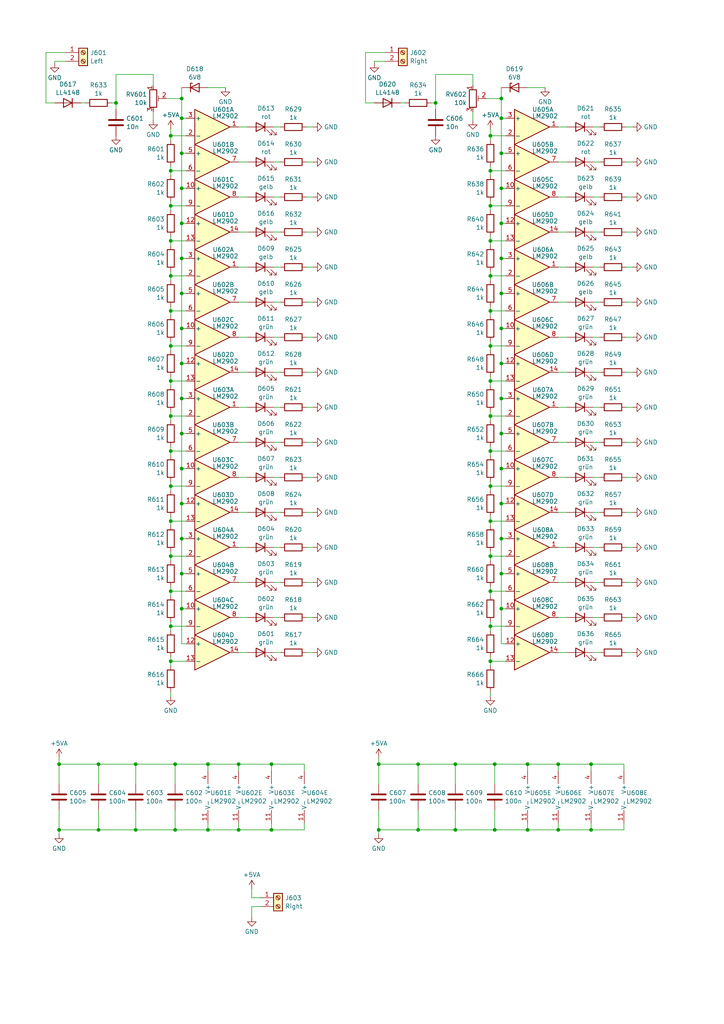
<source format=kicad_sch>
(kicad_sch (version 20230121) (generator eeschema)
  (paper "A4" portrait)
  (junction (at 69.215 221.615))
  (junction (at 52.705 176.53))
  (junction (at 49.53 191.77))
  (junction (at 132.08 221.615))
  (junction (at 142.24 49.53))
  (junction (at 142.24 90.17))
  (junction (at 52.705 54.61))
  (junction (at 49.53 110.49))
  (junction (at 52.705 115.57))
  (junction (at 142.24 171.45))
  (junction (at 52.705 44.45))
  (junction (at 145.415 44.45))
  (junction (at 49.53 161.29))
  (junction (at 49.53 49.53))
  (junction (at 109.855 240.665))
  (junction (at 142.24 59.69))
  (junction (at 49.53 39.37))
  (junction (at 171.45 240.665))
  (junction (at 39.37 240.665))
  (junction (at 161.925 240.665))
  (junction (at 145.415 146.05))
  (junction (at 142.24 161.29))
  (junction (at 145.415 74.93))
  (junction (at 121.285 240.665))
  (junction (at 145.415 135.89))
  (junction (at 143.51 240.665))
  (junction (at 121.285 221.615))
  (junction (at 52.705 28.575))
  (junction (at 145.415 156.21))
  (junction (at 49.53 120.65))
  (junction (at 143.51 221.615))
  (junction (at 145.415 125.73))
  (junction (at 52.705 146.05))
  (junction (at 52.705 85.09))
  (junction (at 142.24 130.81))
  (junction (at 49.53 181.61))
  (junction (at 145.415 176.53))
  (junction (at 142.24 151.13))
  (junction (at 49.53 59.69))
  (junction (at 142.24 120.65))
  (junction (at 145.415 28.575))
  (junction (at 52.705 105.41))
  (junction (at 49.53 80.01))
  (junction (at 142.24 181.61))
  (junction (at 28.575 221.615))
  (junction (at 161.925 221.615))
  (junction (at 17.145 240.665))
  (junction (at 49.53 151.13))
  (junction (at 126.365 29.845))
  (junction (at 49.53 69.85))
  (junction (at 78.74 221.615))
  (junction (at 132.08 240.665))
  (junction (at 33.655 29.845))
  (junction (at 49.53 140.97))
  (junction (at 153.035 221.615))
  (junction (at 49.53 100.33))
  (junction (at 60.325 240.665))
  (junction (at 49.53 130.81))
  (junction (at 145.415 54.61))
  (junction (at 142.24 69.85))
  (junction (at 52.705 95.25))
  (junction (at 109.855 221.615))
  (junction (at 17.145 221.615))
  (junction (at 50.8 221.615))
  (junction (at 52.705 135.89))
  (junction (at 52.705 156.21))
  (junction (at 60.325 221.615))
  (junction (at 142.24 80.01))
  (junction (at 39.37 221.615))
  (junction (at 142.24 140.97))
  (junction (at 153.035 240.665))
  (junction (at 171.45 221.615))
  (junction (at 142.24 39.37))
  (junction (at 49.53 90.17))
  (junction (at 50.8 240.665))
  (junction (at 52.705 34.29))
  (junction (at 145.415 166.37))
  (junction (at 142.24 191.77))
  (junction (at 142.24 110.49))
  (junction (at 145.415 115.57))
  (junction (at 145.415 95.25))
  (junction (at 145.415 105.41))
  (junction (at 52.705 166.37))
  (junction (at 52.705 64.77))
  (junction (at 145.415 85.09))
  (junction (at 145.415 64.77))
  (junction (at 52.705 74.93))
  (junction (at 28.575 240.665))
  (junction (at 52.705 125.73))
  (junction (at 49.53 171.45))
  (junction (at 69.215 240.665))
  (junction (at 78.74 240.665))
  (junction (at 142.24 100.33))
  (junction (at 145.415 34.29))
  (wire (pts (xy 52.705 156.21) (xy 52.705 146.05)))
  (wire (pts (xy 132.08 221.615) (xy 132.08 227.33)))
  (wire (pts (xy 69.215 148.59) (xy 71.755 148.59)))
  (wire (pts (xy 49.53 149.86) (xy 49.53 151.13)))
  (wire (pts (xy 132.08 240.665) (xy 121.285 240.665)))
  (wire (pts (xy 142.24 59.69) (xy 146.685 59.69)))
  (wire (pts (xy 49.53 100.33) (xy 49.53 101.6)))
  (wire (pts (xy 145.415 44.45) (xy 146.685 44.45)))
  (wire (pts (xy 52.705 54.61) (xy 52.705 44.45)))
  (wire (pts (xy 145.415 166.37) (xy 146.685 166.37)))
  (wire (pts (xy 106.045 29.845) (xy 108.585 29.845)))
  (wire (pts (xy 52.705 95.25) (xy 52.705 85.09)))
  (wire (pts (xy 49.53 37.465) (xy 49.53 39.37)))
  (wire (pts (xy 52.705 176.53) (xy 53.975 176.53)))
  (wire (pts (xy 52.705 28.575) (xy 52.705 34.29)))
  (wire (pts (xy 52.705 64.77) (xy 52.705 54.61)))
  (wire (pts (xy 73.025 260.35) (xy 73.025 257.81)))
  (wire (pts (xy 145.415 85.09) (xy 146.685 85.09)))
  (wire (pts (xy 172.085 77.47) (xy 173.99 77.47)))
  (wire (pts (xy 161.925 189.23) (xy 164.465 189.23)))
  (wire (pts (xy 172.085 46.99) (xy 173.99 46.99)))
  (wire (pts (xy 161.925 118.11) (xy 164.465 118.11)))
  (wire (pts (xy 142.24 191.77) (xy 146.685 191.77)))
  (wire (pts (xy 161.925 46.99) (xy 164.465 46.99)))
  (wire (pts (xy 49.53 100.33) (xy 53.975 100.33)))
  (wire (pts (xy 142.24 109.22) (xy 142.24 110.49)))
  (wire (pts (xy 52.705 146.05) (xy 53.975 146.05)))
  (wire (pts (xy 145.415 156.21) (xy 145.415 146.05)))
  (wire (pts (xy 142.24 190.5) (xy 142.24 191.77)))
  (wire (pts (xy 69.215 189.23) (xy 71.755 189.23)))
  (wire (pts (xy 161.925 168.91) (xy 164.465 168.91)))
  (wire (pts (xy 49.53 160.02) (xy 49.53 161.29)))
  (wire (pts (xy 15.875 17.78) (xy 19.05 17.78)))
  (wire (pts (xy 52.705 105.41) (xy 53.975 105.41)))
  (wire (pts (xy 153.035 221.615) (xy 143.51 221.615)))
  (wire (pts (xy 161.925 138.43) (xy 164.465 138.43)))
  (wire (pts (xy 13.335 29.845) (xy 15.875 29.845)))
  (wire (pts (xy 52.705 85.09) (xy 53.975 85.09)))
  (wire (pts (xy 172.085 128.27) (xy 173.99 128.27)))
  (wire (pts (xy 142.24 99.06) (xy 142.24 100.33)))
  (wire (pts (xy 88.9 158.75) (xy 90.805 158.75)))
  (wire (pts (xy 116.205 29.845) (xy 117.475 29.845)))
  (wire (pts (xy 109.855 219.71) (xy 109.855 221.615)))
  (wire (pts (xy 69.215 179.07) (xy 71.755 179.07)))
  (wire (pts (xy 145.415 115.57) (xy 145.415 105.41)))
  (wire (pts (xy 49.53 80.01) (xy 53.975 80.01)))
  (wire (pts (xy 60.325 221.615) (xy 60.325 223.52)))
  (wire (pts (xy 13.335 15.24) (xy 13.335 29.845)))
  (wire (pts (xy 180.975 221.615) (xy 171.45 221.615)))
  (wire (pts (xy 28.575 221.615) (xy 17.145 221.615)))
  (wire (pts (xy 146.685 186.69) (xy 145.415 186.69)))
  (wire (pts (xy 142.24 130.81) (xy 142.24 132.08)))
  (wire (pts (xy 171.45 240.665) (xy 180.975 240.665)))
  (wire (pts (xy 137.16 21.59) (xy 126.365 21.59)))
  (wire (pts (xy 28.575 221.615) (xy 28.575 227.33)))
  (wire (pts (xy 49.53 58.42) (xy 49.53 59.69)))
  (wire (pts (xy 142.24 130.81) (xy 146.685 130.81)))
  (wire (pts (xy 52.705 105.41) (xy 52.705 95.25)))
  (wire (pts (xy 39.37 234.95) (xy 39.37 240.665)))
  (wire (pts (xy 142.24 80.01) (xy 146.685 80.01)))
  (wire (pts (xy 49.53 181.61) (xy 49.53 182.88)))
  (wire (pts (xy 49.53 40.64) (xy 49.53 39.37)))
  (wire (pts (xy 145.415 74.93) (xy 145.415 64.77)))
  (wire (pts (xy 142.24 90.17) (xy 146.685 90.17)))
  (wire (pts (xy 142.24 69.85) (xy 146.685 69.85)))
  (wire (pts (xy 79.375 148.59) (xy 81.28 148.59)))
  (wire (pts (xy 88.9 128.27) (xy 90.805 128.27)))
  (wire (pts (xy 142.24 49.53) (xy 142.24 50.8)))
  (wire (pts (xy 69.215 240.665) (xy 78.74 240.665)))
  (wire (pts (xy 142.24 119.38) (xy 142.24 120.65)))
  (wire (pts (xy 88.9 168.91) (xy 90.805 168.91)))
  (wire (pts (xy 33.655 31.75) (xy 33.655 29.845)))
  (wire (pts (xy 49.53 129.54) (xy 49.53 130.81)))
  (wire (pts (xy 88.9 179.07) (xy 90.805 179.07)))
  (wire (pts (xy 39.37 240.665) (xy 28.575 240.665)))
  (wire (pts (xy 52.705 34.29) (xy 53.975 34.29)))
  (wire (pts (xy 49.53 151.13) (xy 53.975 151.13)))
  (wire (pts (xy 44.45 21.59) (xy 33.655 21.59)))
  (wire (pts (xy 49.53 171.45) (xy 49.53 172.72)))
  (wire (pts (xy 142.24 139.7) (xy 142.24 140.97)))
  (wire (pts (xy 181.61 77.47) (xy 183.515 77.47)))
  (wire (pts (xy 52.705 156.21) (xy 53.975 156.21)))
  (wire (pts (xy 161.925 148.59) (xy 164.465 148.59)))
  (wire (pts (xy 172.085 138.43) (xy 173.99 138.43)))
  (wire (pts (xy 145.415 44.45) (xy 145.415 34.29)))
  (wire (pts (xy 69.215 221.615) (xy 60.325 221.615)))
  (wire (pts (xy 52.705 115.57) (xy 52.705 105.41)))
  (wire (pts (xy 172.085 158.75) (xy 173.99 158.75)))
  (wire (pts (xy 52.705 64.77) (xy 53.975 64.77)))
  (wire (pts (xy 121.285 240.665) (xy 109.855 240.665)))
  (wire (pts (xy 126.365 21.59) (xy 126.365 29.845)))
  (wire (pts (xy 142.24 161.29) (xy 142.24 162.56)))
  (wire (pts (xy 69.215 67.31) (xy 71.755 67.31)))
  (wire (pts (xy 121.285 221.615) (xy 109.855 221.615)))
  (wire (pts (xy 49.53 39.37) (xy 53.975 39.37)))
  (wire (pts (xy 50.8 240.665) (xy 39.37 240.665)))
  (wire (pts (xy 142.24 80.01) (xy 142.24 81.28)))
  (wire (pts (xy 52.705 44.45) (xy 53.975 44.45)))
  (wire (pts (xy 49.53 120.65) (xy 49.53 121.92)))
  (wire (pts (xy 181.61 107.95) (xy 183.515 107.95)))
  (wire (pts (xy 142.24 40.64) (xy 142.24 39.37)))
  (wire (pts (xy 49.53 139.7) (xy 49.53 140.97)))
  (wire (pts (xy 33.655 29.845) (xy 32.385 29.845)))
  (wire (pts (xy 88.9 107.95) (xy 90.805 107.95)))
  (wire (pts (xy 69.215 221.615) (xy 69.215 223.52)))
  (wire (pts (xy 109.855 221.615) (xy 109.855 227.33)))
  (wire (pts (xy 145.415 95.25) (xy 145.415 85.09)))
  (wire (pts (xy 44.45 21.59) (xy 44.45 24.765)))
  (wire (pts (xy 49.53 170.18) (xy 49.53 171.45)))
  (wire (pts (xy 17.145 240.665) (xy 17.145 241.935)))
  (wire (pts (xy 108.585 18.415) (xy 108.585 17.78)))
  (wire (pts (xy 137.16 32.385) (xy 137.16 34.925)))
  (wire (pts (xy 172.085 107.95) (xy 173.99 107.95)))
  (wire (pts (xy 69.215 87.63) (xy 71.755 87.63)))
  (wire (pts (xy 172.085 118.11) (xy 173.99 118.11)))
  (wire (pts (xy 52.705 176.53) (xy 52.705 166.37)))
  (wire (pts (xy 50.8 221.615) (xy 39.37 221.615)))
  (wire (pts (xy 78.74 240.665) (xy 88.265 240.665)))
  (wire (pts (xy 180.975 238.76) (xy 180.975 240.665)))
  (wire (pts (xy 60.325 238.76) (xy 60.325 240.665)))
  (wire (pts (xy 137.16 21.59) (xy 137.16 24.765)))
  (wire (pts (xy 79.375 168.91) (xy 81.28 168.91)))
  (wire (pts (xy 79.375 67.31) (xy 81.28 67.31)))
  (wire (pts (xy 145.415 125.73) (xy 146.685 125.73)))
  (wire (pts (xy 69.215 107.95) (xy 71.755 107.95)))
  (wire (pts (xy 181.61 36.83) (xy 183.515 36.83)))
  (wire (pts (xy 171.45 238.76) (xy 171.45 240.665)))
  (wire (pts (xy 145.415 25.4) (xy 145.415 28.575)))
  (wire (pts (xy 142.24 151.13) (xy 142.24 152.4)))
  (wire (pts (xy 49.53 99.06) (xy 49.53 100.33)))
  (wire (pts (xy 142.24 160.02) (xy 142.24 161.29)))
  (wire (pts (xy 106.045 15.24) (xy 106.045 29.845)))
  (wire (pts (xy 142.24 170.18) (xy 142.24 171.45)))
  (wire (pts (xy 181.61 148.59) (xy 183.515 148.59)))
  (wire (pts (xy 142.24 191.77) (xy 142.24 193.04)))
  (wire (pts (xy 143.51 240.665) (xy 132.08 240.665)))
  (wire (pts (xy 88.9 36.83) (xy 90.805 36.83)))
  (wire (pts (xy 79.375 189.23) (xy 81.28 189.23)))
  (wire (pts (xy 145.415 146.05) (xy 145.415 135.89)))
  (wire (pts (xy 49.53 151.13) (xy 49.53 152.4)))
  (wire (pts (xy 69.215 46.99) (xy 71.755 46.99)))
  (wire (pts (xy 145.415 135.89) (xy 146.685 135.89)))
  (wire (pts (xy 79.375 118.11) (xy 81.28 118.11)))
  (wire (pts (xy 60.325 221.615) (xy 50.8 221.615)))
  (wire (pts (xy 23.495 29.845) (xy 24.765 29.845)))
  (wire (pts (xy 142.24 48.26) (xy 142.24 49.53)))
  (wire (pts (xy 145.415 54.61) (xy 146.685 54.61)))
  (wire (pts (xy 171.45 221.615) (xy 161.925 221.615)))
  (wire (pts (xy 161.925 238.76) (xy 161.925 240.665)))
  (wire (pts (xy 52.705 74.93) (xy 52.705 64.77)))
  (wire (pts (xy 28.575 234.95) (xy 28.575 240.665)))
  (wire (pts (xy 79.375 57.15) (xy 81.28 57.15)))
  (wire (pts (xy 161.925 221.615) (xy 161.925 223.52)))
  (wire (pts (xy 142.24 171.45) (xy 142.24 172.72)))
  (wire (pts (xy 49.53 171.45) (xy 53.975 171.45)))
  (wire (pts (xy 161.925 179.07) (xy 164.465 179.07)))
  (wire (pts (xy 49.53 200.66) (xy 49.53 201.93)))
  (wire (pts (xy 48.26 28.575) (xy 52.705 28.575)))
  (wire (pts (xy 49.53 90.17) (xy 49.53 91.44)))
  (wire (pts (xy 50.8 221.615) (xy 50.8 227.33)))
  (wire (pts (xy 49.53 49.53) (xy 49.53 50.8)))
  (wire (pts (xy 69.215 36.83) (xy 71.755 36.83)))
  (wire (pts (xy 88.9 118.11) (xy 90.805 118.11)))
  (wire (pts (xy 79.375 77.47) (xy 81.28 77.47)))
  (wire (pts (xy 52.705 125.73) (xy 52.705 115.57)))
  (wire (pts (xy 181.61 179.07) (xy 183.515 179.07)))
  (wire (pts (xy 161.925 107.95) (xy 164.465 107.95)))
  (wire (pts (xy 111.76 15.24) (xy 106.045 15.24)))
  (wire (pts (xy 142.24 59.69) (xy 142.24 60.96)))
  (wire (pts (xy 161.925 87.63) (xy 164.465 87.63)))
  (wire (pts (xy 69.215 57.15) (xy 71.755 57.15)))
  (wire (pts (xy 132.08 221.615) (xy 121.285 221.615)))
  (wire (pts (xy 145.415 28.575) (xy 145.415 34.29)))
  (wire (pts (xy 52.705 166.37) (xy 52.705 156.21)))
  (wire (pts (xy 69.215 158.75) (xy 71.755 158.75)))
  (wire (pts (xy 142.24 88.9) (xy 142.24 90.17)))
  (wire (pts (xy 181.61 128.27) (xy 183.515 128.27)))
  (wire (pts (xy 88.265 221.615) (xy 78.74 221.615)))
  (wire (pts (xy 142.24 90.17) (xy 142.24 91.44)))
  (wire (pts (xy 143.51 221.615) (xy 132.08 221.615)))
  (wire (pts (xy 181.61 57.15) (xy 183.515 57.15)))
  (wire (pts (xy 181.61 118.11) (xy 183.515 118.11)))
  (wire (pts (xy 52.705 44.45) (xy 52.705 34.29)))
  (wire (pts (xy 142.24 120.65) (xy 142.24 121.92)))
  (wire (pts (xy 145.415 166.37) (xy 145.415 156.21)))
  (wire (pts (xy 172.085 179.07) (xy 173.99 179.07)))
  (wire (pts (xy 50.8 234.95) (xy 50.8 240.665)))
  (wire (pts (xy 142.24 140.97) (xy 142.24 142.24)))
  (wire (pts (xy 78.74 221.615) (xy 78.74 223.52)))
  (wire (pts (xy 52.705 74.93) (xy 53.975 74.93)))
  (wire (pts (xy 121.285 234.95) (xy 121.285 240.665)))
  (wire (pts (xy 161.925 221.615) (xy 153.035 221.615)))
  (wire (pts (xy 88.9 77.47) (xy 90.805 77.47)))
  (wire (pts (xy 172.085 57.15) (xy 173.99 57.15)))
  (wire (pts (xy 79.375 107.95) (xy 81.28 107.95)))
  (wire (pts (xy 49.53 161.29) (xy 53.975 161.29)))
  (wire (pts (xy 145.415 85.09) (xy 145.415 74.93)))
  (wire (pts (xy 142.24 69.85) (xy 142.24 71.12)))
  (wire (pts (xy 142.24 151.13) (xy 146.685 151.13)))
  (wire (pts (xy 78.74 221.615) (xy 69.215 221.615)))
  (wire (pts (xy 142.24 149.86) (xy 142.24 151.13)))
  (wire (pts (xy 145.415 176.53) (xy 145.415 166.37)))
  (wire (pts (xy 109.855 240.665) (xy 109.855 234.95)))
  (wire (pts (xy 142.24 161.29) (xy 146.685 161.29)))
  (wire (pts (xy 52.705 146.05) (xy 52.705 135.89)))
  (wire (pts (xy 49.53 59.69) (xy 53.975 59.69)))
  (wire (pts (xy 49.53 119.38) (xy 49.53 120.65)))
  (wire (pts (xy 44.45 32.385) (xy 44.45 34.925)))
  (wire (pts (xy 52.705 166.37) (xy 53.975 166.37)))
  (wire (pts (xy 126.365 29.845) (xy 125.095 29.845)))
  (wire (pts (xy 49.53 78.74) (xy 49.53 80.01)))
  (wire (pts (xy 142.24 49.53) (xy 146.685 49.53)))
  (wire (pts (xy 172.085 67.31) (xy 173.99 67.31)))
  (wire (pts (xy 140.97 28.575) (xy 145.415 28.575)))
  (wire (pts (xy 49.53 49.53) (xy 53.975 49.53)))
  (wire (pts (xy 181.61 158.75) (xy 183.515 158.75)))
  (wire (pts (xy 142.24 180.34) (xy 142.24 181.61)))
  (wire (pts (xy 171.45 221.615) (xy 171.45 223.52)))
  (wire (pts (xy 153.035 240.665) (xy 161.925 240.665)))
  (wire (pts (xy 181.61 168.91) (xy 183.515 168.91)))
  (wire (pts (xy 142.24 171.45) (xy 146.685 171.45)))
  (wire (pts (xy 88.9 87.63) (xy 90.805 87.63)))
  (wire (pts (xy 88.9 46.99) (xy 90.805 46.99)))
  (wire (pts (xy 172.085 148.59) (xy 173.99 148.59)))
  (wire (pts (xy 49.53 180.34) (xy 49.53 181.61)))
  (wire (pts (xy 143.51 234.95) (xy 143.51 240.665)))
  (wire (pts (xy 142.24 129.54) (xy 142.24 130.81)))
  (wire (pts (xy 145.415 64.77) (xy 146.685 64.77)))
  (wire (pts (xy 33.655 21.59) (xy 33.655 29.845)))
  (wire (pts (xy 75.565 260.35) (xy 73.025 260.35)))
  (wire (pts (xy 145.415 64.77) (xy 145.415 54.61)))
  (wire (pts (xy 161.925 158.75) (xy 164.465 158.75)))
  (wire (pts (xy 181.61 67.31) (xy 183.515 67.31)))
  (wire (pts (xy 49.53 69.85) (xy 49.53 71.12)))
  (wire (pts (xy 153.035 221.615) (xy 153.035 223.52)))
  (wire (pts (xy 145.415 156.21) (xy 146.685 156.21)))
  (wire (pts (xy 49.53 88.9) (xy 49.53 90.17)))
  (wire (pts (xy 60.325 240.665) (xy 69.215 240.665)))
  (wire (pts (xy 52.705 54.61) (xy 53.975 54.61)))
  (wire (pts (xy 181.61 87.63) (xy 183.515 87.63)))
  (wire (pts (xy 50.8 240.665) (xy 60.325 240.665)))
  (wire (pts (xy 142.24 78.74) (xy 142.24 80.01)))
  (wire (pts (xy 69.215 97.79) (xy 71.755 97.79)))
  (wire (pts (xy 49.53 191.77) (xy 53.975 191.77)))
  (wire (pts (xy 181.61 97.79) (xy 183.515 97.79)))
  (wire (pts (xy 49.53 109.22) (xy 49.53 110.49)))
  (wire (pts (xy 49.53 110.49) (xy 53.975 110.49)))
  (wire (pts (xy 88.9 57.15) (xy 90.805 57.15)))
  (wire (pts (xy 142.24 200.66) (xy 142.24 201.93)))
  (wire (pts (xy 142.24 100.33) (xy 146.685 100.33)))
  (wire (pts (xy 181.61 46.99) (xy 183.515 46.99)))
  (wire (pts (xy 49.53 140.97) (xy 49.53 142.24)))
  (wire (pts (xy 49.53 181.61) (xy 53.975 181.61)))
  (wire (pts (xy 172.085 189.23) (xy 173.99 189.23)))
  (wire (pts (xy 145.415 125.73) (xy 145.415 115.57)))
  (wire (pts (xy 88.265 223.52) (xy 88.265 221.615)))
  (wire (pts (xy 145.415 146.05) (xy 146.685 146.05)))
  (wire (pts (xy 142.24 140.97) (xy 146.685 140.97)))
  (wire (pts (xy 49.53 191.77) (xy 49.53 193.04)))
  (wire (pts (xy 52.705 135.89) (xy 52.705 125.73)))
  (wire (pts (xy 49.53 69.85) (xy 53.975 69.85)))
  (wire (pts (xy 49.53 130.81) (xy 53.975 130.81)))
  (wire (pts (xy 52.705 125.73) (xy 53.975 125.73)))
  (wire (pts (xy 143.51 240.665) (xy 153.035 240.665)))
  (wire (pts (xy 69.215 238.76) (xy 69.215 240.665)))
  (wire (pts (xy 145.415 176.53) (xy 146.685 176.53)))
  (wire (pts (xy 52.705 135.89) (xy 53.975 135.89)))
  (wire (pts (xy 69.215 118.11) (xy 71.755 118.11)))
  (wire (pts (xy 121.285 221.615) (xy 121.285 227.33)))
  (wire (pts (xy 49.53 110.49) (xy 49.53 111.76)))
  (wire (pts (xy 49.53 130.81) (xy 49.53 132.08)))
  (wire (pts (xy 52.705 25.4) (xy 52.705 28.575)))
  (wire (pts (xy 181.61 189.23) (xy 183.515 189.23)))
  (wire (pts (xy 17.145 221.615) (xy 17.145 227.33)))
  (wire (pts (xy 49.53 68.58) (xy 49.53 69.85)))
  (wire (pts (xy 172.085 97.79) (xy 173.99 97.79)))
  (wire (pts (xy 49.53 48.26) (xy 49.53 49.53)))
  (wire (pts (xy 142.24 39.37) (xy 146.685 39.37)))
  (wire (pts (xy 28.575 240.665) (xy 17.145 240.665)))
  (wire (pts (xy 161.925 240.665) (xy 171.45 240.665)))
  (wire (pts (xy 52.705 85.09) (xy 52.705 74.93)))
  (wire (pts (xy 126.365 31.75) (xy 126.365 29.845)))
  (wire (pts (xy 145.415 186.69) (xy 145.415 176.53)))
  (wire (pts (xy 142.24 181.61) (xy 142.24 182.88)))
  (wire (pts (xy 142.24 120.65) (xy 146.685 120.65)))
  (wire (pts (xy 142.24 68.58) (xy 142.24 69.85)))
  (wire (pts (xy 145.415 95.25) (xy 146.685 95.25)))
  (wire (pts (xy 88.9 138.43) (xy 90.805 138.43)))
  (wire (pts (xy 142.24 110.49) (xy 142.24 111.76)))
  (wire (pts (xy 49.53 90.17) (xy 53.975 90.17)))
  (wire (pts (xy 161.925 67.31) (xy 164.465 67.31)))
  (wire (pts (xy 142.24 100.33) (xy 142.24 101.6)))
  (wire (pts (xy 145.415 54.61) (xy 145.415 44.45)))
  (wire (pts (xy 108.585 17.78) (xy 111.76 17.78)))
  (wire (pts (xy 161.925 128.27) (xy 164.465 128.27)))
  (wire (pts (xy 88.9 97.79) (xy 90.805 97.79)))
  (wire (pts (xy 161.925 97.79) (xy 164.465 97.79)))
  (wire (pts (xy 79.375 97.79) (xy 81.28 97.79)))
  (wire (pts (xy 69.215 77.47) (xy 71.755 77.47)))
  (wire (pts (xy 49.53 190.5) (xy 49.53 191.77)))
  (wire (pts (xy 145.415 34.29) (xy 146.685 34.29)))
  (wire (pts (xy 181.61 138.43) (xy 183.515 138.43)))
  (wire (pts (xy 88.9 148.59) (xy 90.805 148.59)))
  (wire (pts (xy 49.53 59.69) (xy 49.53 60.96)))
  (wire (pts (xy 145.415 135.89) (xy 145.415 125.73)))
  (wire (pts (xy 142.24 110.49) (xy 146.685 110.49)))
  (wire (pts (xy 88.9 67.31) (xy 90.805 67.31)))
  (wire (pts (xy 69.215 168.91) (xy 71.755 168.91)))
  (wire (pts (xy 142.24 181.61) (xy 146.685 181.61)))
  (wire (pts (xy 88.265 238.76) (xy 88.265 240.665)))
  (wire (pts (xy 161.925 77.47) (xy 164.465 77.47)))
  (wire (pts (xy 88.9 189.23) (xy 90.805 189.23)))
  (wire (pts (xy 145.415 115.57) (xy 146.685 115.57)))
  (wire (pts (xy 17.145 219.71) (xy 17.145 221.615)))
  (wire (pts (xy 145.415 105.41) (xy 145.415 95.25)))
  (wire (pts (xy 153.035 238.76) (xy 153.035 240.665)))
  (wire (pts (xy 52.705 186.69) (xy 52.705 176.53)))
  (wire (pts (xy 145.415 105.41) (xy 146.685 105.41)))
  (wire (pts (xy 39.37 221.615) (xy 28.575 221.615)))
  (wire (pts (xy 49.53 161.29) (xy 49.53 162.56)))
  (wire (pts (xy 79.375 36.83) (xy 81.28 36.83)))
  (wire (pts (xy 69.215 138.43) (xy 71.755 138.43)))
  (wire (pts (xy 79.375 158.75) (xy 81.28 158.75)))
  (wire (pts (xy 132.08 234.95) (xy 132.08 240.665)))
  (wire (pts (xy 39.37 221.615) (xy 39.37 227.33)))
  (wire (pts (xy 78.74 238.76) (xy 78.74 240.665)))
  (wire (pts (xy 172.085 87.63) (xy 173.99 87.63)))
  (wire (pts (xy 49.53 80.01) (xy 49.53 81.28)))
  (wire (pts (xy 109.855 240.665) (xy 109.855 241.935)))
  (wire (pts (xy 161.925 36.83) (xy 164.465 36.83)))
  (wire (pts (xy 180.975 223.52) (xy 180.975 221.615)))
  (wire (pts (xy 69.215 128.27) (xy 71.755 128.27)))
  (wire (pts (xy 15.875 18.415) (xy 15.875 17.78)))
  (wire (pts (xy 142.24 58.42) (xy 142.24 59.69)))
  (wire (pts (xy 73.025 266.065) (xy 73.025 262.89)))
  (wire (pts (xy 79.375 179.07) (xy 81.28 179.07)))
  (wire (pts (xy 161.925 57.15) (xy 164.465 57.15)))
  (wire (pts (xy 79.375 138.43) (xy 81.28 138.43)))
  (wire (pts (xy 49.53 120.65) (xy 53.975 120.65)))
  (wire (pts (xy 142.24 37.465) (xy 142.24 39.37)))
  (wire (pts (xy 79.375 128.27) (xy 81.28 128.27)))
  (wire (pts (xy 52.705 115.57) (xy 53.975 115.57)))
  (wire (pts (xy 172.085 168.91) (xy 173.99 168.91)))
  (wire (pts (xy 79.375 87.63) (xy 81.28 87.63)))
  (wire (pts (xy 19.05 15.24) (xy 13.335 15.24)))
  (wire (pts (xy 153.035 25.4) (xy 158.115 25.4)))
  (wire (pts (xy 145.415 74.93) (xy 146.685 74.93)))
  (wire (pts (xy 73.025 262.89) (xy 75.565 262.89)))
  (wire (pts (xy 60.325 25.4) (xy 65.405 25.4)))
  (wire (pts (xy 52.705 95.25) (xy 53.975 95.25)))
  (wire (pts (xy 53.975 186.69) (xy 52.705 186.69)))
  (wire (pts (xy 17.145 240.665) (xy 17.145 234.95)))
  (wire (pts (xy 49.53 140.97) (xy 53.975 140.97)))
  (wire (pts (xy 143.51 221.615) (xy 143.51 227.33)))
  (wire (pts (xy 172.085 36.83) (xy 173.99 36.83)))
  (wire (pts (xy 79.375 46.99) (xy 81.28 46.99)))
  (symbol (lib_id "Device:R") (at 142.24 176.53 0) (mirror y) (unit 1)
    (property "Reference" "R662" (at 140.462 175.3179 0) (effects (justify left)))
    (property "Value" "1k" (at 140.462 177.7421 0) (effects (justify left)))
  )
  (symbol (lib_id "Device:LED") (at 75.565 179.07 0) (mirror y) (unit 1)
    (property "Reference" "D602" (at 77.1525 173.6557 0))
    (property "Value" "grün" (at 77.1525 176.0799 0))
  )
  (symbol (lib_id "power:GND") (at 15.875 18.415 0) (unit 1)
    (property "Reference" "#PWR0624" (effects hide))
    (property "Value" "GND" (at 15.875 22.5481 0))
  )
  (symbol (lib_id "Device:LED") (at 75.565 128.27 0) (mirror y) (unit 1)
    (property "Reference" "D606" (at 77.1525 122.8557 0))
    (property "Value" "grün" (at 77.1525 125.2799 0))
  )
  (symbol (lib_id "Amplifier_Operational:LM2902") (at 61.595 128.27 0) (unit 2)
    (property "Reference" "U603" (at 64.77 123.19 0))
    (property "Value" "LM2902" (at 65.405 125.095 0))
    (property "Datasheet" "http://www.ti.com/lit/ds/symlink/lm2902-n.pdf" (effects hide))
  )
  (symbol (lib_id "Device:LED") (at 168.275 87.63 0) (mirror y) (unit 1)
    (property "Reference" "D626" (at 169.8625 82.2157 0))
    (property "Value" "gelb" (at 169.8625 84.6399 0))
  )
  (symbol (lib_id "Device:R") (at 177.8 128.27 90) (unit 1)
    (property "Reference" "R653" (at 177.8 123.1097 90))
    (property "Value" "1k" (at 177.8 125.5339 90))
  )
  (symbol (lib_id "Device:R") (at 49.53 105.41 0) (mirror y) (unit 1)
    (property "Reference" "R607" (at 47.752 104.1979 0) (effects (justify left)))
    (property "Value" "1k" (at 47.752 106.6221 0) (effects (justify left)))
  )
  (symbol (lib_id "Device:R") (at 142.24 156.21 0) (mirror y) (unit 1)
    (property "Reference" "R658" (at 140.462 154.9979 0) (effects (justify left)))
    (property "Value" "1k" (at 140.462 157.4221 0) (effects (justify left)))
  )
  (symbol (lib_id "Device:R") (at 142.24 125.73 0) (mirror y) (unit 1)
    (property "Reference" "R652" (at 140.462 124.5179 0) (effects (justify left)))
    (property "Value" "1k" (at 140.462 126.9421 0) (effects (justify left)))
  )
  (symbol (lib_id "Device:R") (at 85.09 179.07 90) (unit 1)
    (property "Reference" "R618" (at 85.09 173.9097 90))
    (property "Value" "1k" (at 85.09 176.3339 90))
  )
  (symbol (lib_id "Device:R") (at 177.8 158.75 90) (unit 1)
    (property "Reference" "R659" (at 177.8 153.5897 90))
    (property "Value" "1k" (at 177.8 156.0139 90))
  )
  (symbol (lib_id "Device:R") (at 121.285 29.845 90) (unit 1)
    (property "Reference" "R634" (at 121.285 24.6847 90))
    (property "Value" "1k" (at 121.285 27.1089 90))
  )
  (symbol (lib_id "power:GND") (at 183.515 77.47 90) (unit 1)
    (property "Reference" "#PWR0634" (effects hide))
    (property "Value" "GND" (at 186.69 77.47 90) (effects (justify right)))
  )
  (symbol (lib_id "power:GND") (at 183.515 57.15 90) (unit 1)
    (property "Reference" "#PWR0632" (effects hide))
    (property "Value" "GND" (at 186.69 57.15 90) (effects (justify right)))
  )
  (symbol (lib_id "Device:R") (at 49.53 125.73 0) (mirror y) (unit 1)
    (property "Reference" "R609" (at 47.752 124.5179 0) (effects (justify left)))
    (property "Value" "1k" (at 47.752 126.9421 0) (effects (justify left)))
  )
  (symbol (lib_id "power:GND") (at 90.805 158.75 90) (unit 1)
    (property "Reference" "#PWR0605" (effects hide))
    (property "Value" "GND" (at 93.98 158.75 90) (effects (justify right)))
  )
  (symbol (lib_id "Device:LED") (at 75.565 189.23 0) (mirror y) (unit 1)
    (property "Reference" "D601" (at 77.1525 183.8157 0))
    (property "Value" "grün" (at 77.1525 186.2399 0))
  )
  (symbol (lib_id "Device:R") (at 142.24 54.61 0) (mirror y) (unit 1)
    (property "Reference" "R638" (at 140.462 53.3979 0) (effects (justify left)))
    (property "Value" "1k" (at 140.462 55.8221 0) (effects (justify left)))
  )
  (symbol (lib_id "Amplifier_Operational:LM2902") (at 164.465 231.14 0) (unit 5)
    (property "Reference" "U606" (at 162.56 229.9279 0) (effects (justify left)))
    (property "Value" "LM2902" (at 162.56 232.3521 0) (effects (justify left)))
    (property "Datasheet" "http://www.ti.com/lit/ds/symlink/lm2902-n.pdf" (effects hide))
  )
  (symbol (lib_id "Device:R") (at 142.24 85.09 0) (mirror y) (unit 1)
    (property "Reference" "R644" (at 140.462 83.8779 0) (effects (justify left)))
    (property "Value" "1k" (at 140.462 86.3021 0) (effects (justify left)))
  )
  (symbol (lib_id "Device:LED") (at 75.565 77.47 0) (mirror y) (unit 1)
    (property "Reference" "D609" (at 77.1525 72.0557 0))
    (property "Value" "gelb" (at 77.1525 74.4799 0))
  )
  (symbol (lib_id "Connector:Screw_Terminal_01x02") (at 24.13 15.24 0) (unit 1)
    (property "Reference" "J601" (at 26.162 15.2979 0) (effects (justify left)))
    (property "Value" "Left" (at 26.162 17.7221 0) (effects (justify left)))
  )
  (symbol (lib_id "Device:R") (at 85.09 158.75 90) (unit 1)
    (property "Reference" "R620" (at 85.09 153.5897 90))
    (property "Value" "1k" (at 85.09 156.0139 90))
  )
  (symbol (lib_id "Device:R") (at 142.24 115.57 0) (mirror y) (unit 1)
    (property "Reference" "R650" (at 140.462 114.3579 0) (effects (justify left)))
    (property "Value" "1k" (at 140.462 116.7821 0) (effects (justify left)))
  )
  (symbol (lib_id "Amplifier_Operational:LM2902") (at 61.595 107.95 0) (unit 4)
    (property "Reference" "U602" (at 64.77 102.87 0))
    (property "Value" "LM2902" (at 65.405 104.775 0))
    (property "Datasheet" "http://www.ti.com/lit/ds/symlink/lm2902-n.pdf" (effects hide))
  )
  (symbol (lib_id "Amplifier_Operational:LM2902") (at 61.595 118.11 0) (unit 1)
    (property "Reference" "U603" (at 64.77 113.03 0))
    (property "Value" "LM2902" (at 65.405 114.935 0))
    (property "Datasheet" "http://www.ti.com/lit/ds/symlink/lm2902-n.pdf" (effects hide))
  )
  (symbol (lib_id "power:GND") (at 44.45 34.925 0) (unit 1)
    (property "Reference" "#PWR0619" (effects hide))
    (property "Value" "GND" (at 44.45 39.0581 0))
  )
  (symbol (lib_id "Device:R") (at 85.09 97.79 90) (unit 1)
    (property "Reference" "R627" (at 85.09 92.6297 90))
    (property "Value" "1k" (at 85.09 95.0539 90))
  )
  (symbol (lib_id "power:GND") (at 183.515 189.23 90) (unit 1)
    (property "Reference" "#PWR0645" (effects hide))
    (property "Value" "GND" (at 186.69 189.23 90) (effects (justify right)))
  )
  (symbol (lib_id "Device:LED") (at 75.565 97.79 0) (mirror y) (unit 1)
    (property "Reference" "D611" (at 77.1525 92.3757 0))
    (property "Value" "grün" (at 77.1525 94.7999 0))
  )
  (symbol (lib_id "Device:LED") (at 75.565 67.31 0) (mirror y) (unit 1)
    (property "Reference" "D616" (at 77.1525 61.8957 0))
    (property "Value" "gelb" (at 77.1525 64.3199 0))
  )
  (symbol (lib_id "power:GND") (at 183.515 107.95 90) (unit 1)
    (property "Reference" "#PWR0637" (effects hide))
    (property "Value" "GND" (at 186.69 107.95 90) (effects (justify right)))
  )
  (symbol (lib_id "Amplifier_Operational:LM2902") (at 154.305 118.11 0) (unit 1)
    (property "Reference" "U607" (at 157.48 113.03 0))
    (property "Value" "LM2902" (at 158.115 114.935 0))
    (property "Datasheet" "http://www.ti.com/lit/ds/symlink/lm2902-n.pdf" (effects hide))
  )
  (symbol (lib_id "Device:R") (at 85.09 189.23 90) (unit 1)
    (property "Reference" "R617" (at 85.09 184.0697 90))
    (property "Value" "1k" (at 85.09 186.4939 90))
  )
  (symbol (lib_id "Device:R") (at 142.24 135.89 0) (mirror y) (unit 1)
    (property "Reference" "R654" (at 140.462 134.6779 0) (effects (justify left)))
    (property "Value" "1k" (at 140.462 137.1021 0) (effects (justify left)))
  )
  (symbol (lib_id "Amplifier_Operational:LM2902") (at 155.575 231.14 0) (unit 5)
    (property "Reference" "U605" (at 153.67 229.9279 0) (effects (justify left)))
    (property "Value" "LM2902" (at 153.67 232.3521 0) (effects (justify left)))
    (property "Datasheet" "http://www.ti.com/lit/ds/symlink/lm2902-n.pdf" (effects hide))
  )
  (symbol (lib_id "Device:LED") (at 168.275 168.91 0) (mirror y) (unit 1)
    (property "Reference" "D634" (at 169.8625 163.4957 0))
    (property "Value" "grün" (at 169.8625 165.9199 0))
  )
  (symbol (lib_id "Amplifier_Operational:LM2902") (at 183.515 231.14 0) (unit 5)
    (property "Reference" "U608" (at 181.61 229.9279 0) (effects (justify left)))
    (property "Value" "LM2902" (at 181.61 232.3521 0) (effects (justify left)))
    (property "Datasheet" "http://www.ti.com/lit/ds/symlink/lm2902-n.pdf" (effects hide))
  )
  (symbol (lib_id "Diode:LL4148") (at 19.685 29.845 180) (unit 1)
    (property "Reference" "D617" (at 19.685 24.4307 0))
    (property "Value" "LL4148" (at 19.685 26.8549 0))
    (property "Footprint" "Diode_SMD:D_MiniMELF" (effects hide))
    (property "Datasheet" "http://www.vishay.com/docs/85557/ll4148.pdf" (effects hide))
    (property "Sim.Device" "D" (effects hide))
    (property "Sim.Pins" "1=K 2=A" (effects hide))
  )
  (symbol (lib_id "Device:LED") (at 168.275 36.83 0) (mirror y) (unit 1)
    (property "Reference" "D621" (at 169.8625 31.4157 0))
    (property "Value" "rot" (at 169.8625 33.8399 0))
  )
  (symbol (lib_id "Connector:Screw_Terminal_01x02") (at 116.84 15.24 0) (unit 1)
    (property "Reference" "J602" (at 118.872 15.2979 0) (effects (justify left)))
    (property "Value" "Right" (at 118.872 17.7221 0) (effects (justify left)))
  )
  (symbol (lib_id "Device:R") (at 85.09 148.59 90) (unit 1)
    (property "Reference" "R624" (at 85.09 143.4297 90))
    (property "Value" "1k" (at 85.09 145.8539 90))
  )
  (symbol (lib_id "Device:R") (at 85.09 107.95 90) (unit 1)
    (property "Reference" "R628" (at 85.09 102.7897 90))
    (property "Value" "1k" (at 85.09 105.2139 90))
  )
  (symbol (lib_id "Device:R") (at 49.53 64.77 0) (mirror y) (unit 1)
    (property "Reference" "R603" (at 47.752 63.5579 0) (effects (justify left)))
    (property "Value" "1k" (at 47.752 65.9821 0) (effects (justify left)))
  )
  (symbol (lib_id "Device:R") (at 142.24 44.45 0) (mirror y) (unit 1)
    (property "Reference" "R636" (at 140.462 43.2379 0) (effects (justify left)))
    (property "Value" "1k" (at 140.462 45.6621 0) (effects (justify left)))
  )
  (symbol (lib_id "Device:R") (at 142.24 105.41 0) (mirror y) (unit 1)
    (property "Reference" "R648" (at 140.462 104.1979 0) (effects (justify left)))
    (property "Value" "1k" (at 140.462 106.6221 0) (effects (justify left)))
  )
  (symbol (lib_id "Device:R") (at 28.575 29.845 90) (unit 1)
    (property "Reference" "R633" (at 28.575 24.6847 90))
    (property "Value" "1k" (at 28.575 27.1089 90))
  )
  (symbol (lib_id "Amplifier_Operational:LM2902") (at 61.595 77.47 0) (unit 1)
    (property "Reference" "U602" (at 64.77 72.39 0))
    (property "Value" "LM2902" (at 65.405 74.295 0))
    (property "Datasheet" "http://www.ti.com/lit/ds/symlink/lm2902-n.pdf" (effects hide))
  )
  (symbol (lib_id "power:GND") (at 183.515 148.59 90) (unit 1)
    (property "Reference" "#PWR0641" (effects hide))
    (property "Value" "GND" (at 186.69 148.59 90) (effects (justify right)))
  )
  (symbol (lib_id "Device:R") (at 85.09 168.91 90) (unit 1)
    (property "Reference" "R619" (at 85.09 163.7497 90))
    (property "Value" "1k" (at 85.09 166.1739 90))
  )
  (symbol (lib_id "power:GND") (at 142.24 201.93 0) (mirror y) (unit 1)
    (property "Reference" "#PWR0646" (effects hide))
    (property "Value" "GND" (at 142.24 206.0631 0))
  )
  (symbol (lib_id "power:GND") (at 183.515 67.31 90) (unit 1)
    (property "Reference" "#PWR0633" (effects hide))
    (property "Value" "GND" (at 186.69 67.31 90) (effects (justify right)))
  )
  (symbol (lib_id "Device:LED") (at 75.565 158.75 0) (mirror y) (unit 1)
    (property "Reference" "D604" (at 77.1525 153.3357 0))
    (property "Value" "grün" (at 77.1525 155.7599 0))
  )
  (symbol (lib_id "Device:R") (at 85.09 128.27 90) (unit 1)
    (property "Reference" "R622" (at 85.09 123.1097 90))
    (property "Value" "1k" (at 85.09 125.5339 90))
  )
  (symbol (lib_id "power:GND") (at 183.515 168.91 90) (unit 1)
    (property "Reference" "#PWR0643" (effects hide))
    (property "Value" "GND" (at 186.69 168.91 90) (effects (justify right)))
  )
  (symbol (lib_id "Amplifier_Operational:LM2902") (at 154.305 158.75 0) (unit 1)
    (property "Reference" "U608" (at 157.48 153.67 0))
    (property "Value" "LM2902" (at 158.115 155.575 0))
    (property "Datasheet" "http://www.ti.com/lit/ds/symlink/lm2902-n.pdf" (effects hide))
  )
  (symbol (lib_id "power:GND") (at 183.515 179.07 90) (unit 1)
    (property "Reference" "#PWR0644" (effects hide))
    (property "Value" "GND" (at 186.69 179.07 90) (effects (justify right)))
  )
  (symbol (lib_id "power:GND") (at 183.515 97.79 90) (unit 1)
    (property "Reference" "#PWR0636" (effects hide))
    (property "Value" "GND" (at 186.69 97.79 90) (effects (justify right)))
  )
  (symbol (lib_id "Device:LED") (at 168.275 158.75 0) (mirror y) (unit 1)
    (property "Reference" "D633" (at 169.8625 153.3357 0))
    (property "Value" "grün" (at 169.8625 155.7599 0))
  )
  (symbol (lib_id "Amplifier_Operational:LM2902") (at 154.305 148.59 0) (unit 4)
    (property "Reference" "U607" (at 157.48 143.51 0))
    (property "Value" "LM2902" (at 158.115 145.415 0))
    (property "Datasheet" "http://www.ti.com/lit/ds/symlink/lm2902-n.pdf" (effects hide))
  )
  (symbol (lib_id "power:GND") (at 90.805 57.15 90) (unit 1)
    (property "Reference" "#PWR0616" (effects hide))
    (property "Value" "GND" (at 93.98 57.15 90) (effects (justify right)))
  )
  (symbol (lib_id "power:GND") (at 183.515 128.27 90) (unit 1)
    (property "Reference" "#PWR0639" (effects hide))
    (property "Value" "GND" (at 186.69 128.27 90) (effects (justify right)))
  )
  (symbol (lib_id "power:GND") (at 183.515 158.75 90) (unit 1)
    (property "Reference" "#PWR0642" (effects hide))
    (property "Value" "GND" (at 186.69 158.75 90) (effects (justify right)))
  )
  (symbol (lib_id "Device:R") (at 142.24 146.05 0) (mirror y) (unit 1)
    (property "Reference" "R656" (at 140.462 144.8379 0) (effects (justify left)))
    (property "Value" "1k" (at 140.462 147.2621 0) (effects (justify left)))
  )
  (symbol (lib_id "Device:LED") (at 168.275 128.27 0) (mirror y) (unit 1)
    (property "Reference" "D630" (at 169.8625 122.8557 0))
    (property "Value" "grün" (at 169.8625 125.2799 0))
  )
  (symbol (lib_id "Device:C") (at 28.575 231.14 0) (unit 1)
    (property "Reference" "C604" (at 31.496 229.9279 0) (effects (justify left)))
    (property "Value" "100n" (at 31.496 232.3521 0) (effects (justify left)))
  )
  (symbol (lib_id "Device:LED") (at 168.275 107.95 0) (mirror y) (unit 1)
    (property "Reference" "D628" (at 169.8625 102.5357 0))
    (property "Value" "grün" (at 169.8625 104.9599 0))
  )
  (symbol (lib_id "power:+5VA") (at 73.025 257.81 0) (unit 1)
    (property "Reference" "#PWR0649" (effects hide))
    (property "Value" "+5VA" (at 73.025 253.6769 0))
  )
  (symbol (lib_id "Device:LED") (at 168.275 148.59 0) (mirror y) (unit 1)
    (property "Reference" "D632" (at 169.8625 143.1757 0))
    (property "Value" "grün" (at 169.8625 145.5999 0))
  )
  (symbol (lib_id "Device:LED") (at 168.275 179.07 0) (mirror y) (unit 1)
    (property "Reference" "D635" (at 169.8625 173.6557 0))
    (property "Value" "grün" (at 169.8625 176.0799 0))
  )
  (symbol (lib_id "Amplifier_Operational:LM2902") (at 61.595 148.59 0) (unit 4)
    (property "Reference" "U603" (at 64.77 143.51 0))
    (property "Value" "LM2902" (at 65.405 145.415 0))
    (property "Datasheet" "http://www.ti.com/lit/ds/symlink/lm2902-n.pdf" (effects hide))
  )
  (symbol (lib_id "power:+5VA") (at 49.53 37.465 0) (unit 1)
    (property "Reference" "#PWR0623" (effects hide))
    (property "Value" "+5VA" (at 49.53 33.3319 0))
  )
  (symbol (lib_id "power:GND") (at 90.805 67.31 90) (unit 1)
    (property "Reference" "#PWR0617" (effects hide))
    (property "Value" "GND" (at 93.98 67.31 90) (effects (justify right)))
  )
  (symbol (lib_id "power:+5VA") (at 17.145 219.71 0) (unit 1)
    (property "Reference" "#PWR0621" (effects hide))
    (property "Value" "+5VA" (at 17.145 215.5769 0))
  )
  (symbol (lib_id "Device:R") (at 85.09 138.43 90) (unit 1)
    (property "Reference" "R623" (at 85.09 133.2697 90))
    (property "Value" "1k" (at 85.09 135.6939 90))
  )
  (symbol (lib_id "Device:C") (at 109.855 231.14 0) (unit 1)
    (property "Reference" "C607" (at 112.776 229.9279 0) (effects (justify left)))
    (property "Value" "100n" (at 112.776 232.3521 0) (effects (justify left)))
  )
  (symbol (lib_id "Amplifier_Operational:LM2902") (at 81.28 231.14 0) (unit 5)
    (property "Reference" "U603" (at 79.375 229.9279 0) (effects (justify left)))
    (property "Value" "LM2902" (at 79.375 232.3521 0) (effects (justify left)))
    (property "Datasheet" "http://www.ti.com/lit/ds/symlink/lm2902-n.pdf" (effects hide))
  )
  (symbol (lib_id "Device:LED") (at 168.275 46.99 0) (mirror y) (unit 1)
    (property "Reference" "D622" (at 169.8625 41.5757 0))
    (property "Value" "rot" (at 169.8625 43.9999 0))
  )
  (symbol (lib_id "Device:R") (at 85.09 67.31 90) (unit 1)
    (property "Reference" "R632" (at 85.09 62.1497 90))
    (property "Value" "1k" (at 85.09 64.5739 90))
  )
  (symbol (lib_id "Amplifier_Operational:LM2902") (at 71.755 231.14 0) (unit 5)
    (property "Reference" "U602" (at 69.85 229.9279 0) (effects (justify left)))
    (property "Value" "LM2902" (at 69.85 232.3521 0) (effects (justify left)))
    (property "Datasheet" "http://www.ti.com/lit/ds/symlink/lm2902-n.pdf" (effects hide))
  )
  (symbol (lib_id "Device:C") (at 17.145 231.14 0) (unit 1)
    (property "Reference" "C605" (at 20.066 229.9279 0) (effects (justify left)))
    (property "Value" "100n" (at 20.066 232.3521 0) (effects (justify left)))
  )
  (symbol (lib_id "Device:R") (at 49.53 54.61 0) (mirror y) (unit 1)
    (property "Reference" "R602" (at 47.752 53.3979 0) (effects (justify left)))
    (property "Value" "1k" (at 47.752 55.8221 0) (effects (justify left)))
  )
  (symbol (lib_id "Device:R") (at 85.09 46.99 90) (unit 1)
    (property "Reference" "R630" (at 85.09 41.8297 90))
    (property "Value" "1k" (at 85.09 44.2539 90))
  )
  (symbol (lib_id "Device:R") (at 177.8 148.59 90) (unit 1)
    (property "Reference" "R657" (at 177.8 143.4297 90))
    (property "Value" "1k" (at 177.8 145.8539 90))
  )
  (symbol (lib_id "Device:LED") (at 75.565 36.83 0) (mirror y) (unit 1)
    (property "Reference" "D613" (at 77.1525 31.4157 0))
    (property "Value" "rot" (at 77.1525 33.8399 0))
  )
  (symbol (lib_id "power:GND") (at 90.805 97.79 90) (unit 1)
    (property "Reference" "#PWR0612" (effects hide))
    (property "Value" "GND" (at 93.98 97.79 90) (effects (justify right)))
  )
  (symbol (lib_id "power:GND") (at 137.16 34.925 0) (unit 1)
    (property "Reference" "#PWR0627" (effects hide))
    (property "Value" "GND" (at 137.16 39.0581 0))
  )
  (symbol (lib_id "Amplifier_Operational:LM2902") (at 61.595 67.31 0) (unit 4)
    (property "Reference" "U601" (at 64.77 62.23 0))
    (property "Value" "LM2902" (at 65.405 64.135 0))
    (property "Datasheet" "http://www.ti.com/lit/ds/symlink/lm2902-n.pdf" (effects hide))
  )
  (symbol (lib_id "power:GND") (at 108.585 18.415 0) (unit 1)
    (property "Reference" "#PWR0625" (effects hide))
    (property "Value" "GND" (at 108.585 22.5481 0))
  )
  (symbol (lib_id "Device:R") (at 49.53 74.93 0) (mirror y) (unit 1)
    (property "Reference" "R604" (at 47.752 73.7179 0) (effects (justify left)))
    (property "Value" "1k" (at 47.752 76.1421 0) (effects (justify left)))
  )
  (symbol (lib_id "power:GND") (at 90.805 189.23 90) (unit 1)
    (property "Reference" "#PWR0602" (effects hide))
    (property "Value" "GND" (at 93.98 189.23 90) (effects (justify right)))
  )
  (symbol (lib_id "power:GND") (at 90.805 36.83 90) (unit 1)
    (property "Reference" "#PWR0614" (effects hide))
    (property "Value" "GND" (at 93.98 36.83 90) (effects (justify right)))
  )
  (symbol (lib_id "power:GND") (at 17.145 241.935 0) (unit 1)
    (property "Reference" "#PWR0620" (effects hide))
    (property "Value" "GND" (at 17.145 246.0681 0))
  )
  (symbol (lib_id "Device:R") (at 49.53 135.89 0) (mirror y) (unit 1)
    (property "Reference" "R610" (at 47.752 134.6779 0) (effects (justify left)))
    (property "Value" "1k" (at 47.752 137.1021 0) (effects (justify left)))
  )
  (symbol (lib_id "Device:R") (at 177.8 36.83 90) (unit 1)
    (property "Reference" "R635" (at 177.8 31.6697 90))
    (property "Value" "1k" (at 177.8 34.0939 90))
  )
  (symbol (lib_id "Device:R") (at 85.09 57.15 90) (unit 1)
    (property "Reference" "R631" (at 85.09 51.9897 90))
    (property "Value" "1k" (at 85.09 54.4139 90))
  )
  (symbol (lib_id "Amplifier_Operational:LM2902") (at 154.305 46.99 0) (unit 2)
    (property "Reference" "U605" (at 157.48 41.91 0))
    (property "Value" "LM2902" (at 158.115 43.815 0))
    (property "Datasheet" "http://www.ti.com/lit/ds/symlink/lm2902-n.pdf" (effects hide))
  )
  (symbol (lib_id "Amplifier_Operational:LM2902") (at 61.595 179.07 0) (unit 3)
    (property "Reference" "U604" (at 64.77 173.99 0))
    (property "Value" "LM2902" (at 65.405 175.895 0))
    (property "Datasheet" "http://www.ti.com/lit/ds/symlink/lm2902-n.pdf" (effects hide))
  )
  (symbol (lib_id "power:GND") (at 90.805 87.63 90) (unit 1)
    (property "Reference" "#PWR0611" (effects hide))
    (property "Value" "GND" (at 93.98 87.63 90) (effects (justify right)))
  )
  (symbol (lib_id "Amplifier_Operational:LM2902") (at 154.305 138.43 0) (unit 3)
    (property "Reference" "U607" (at 157.48 133.35 0))
    (property "Value" "LM2902" (at 158.115 135.255 0))
    (property "Datasheet" "http://www.ti.com/lit/ds/symlink/lm2902-n.pdf" (effects hide))
  )
  (symbol (lib_id "Amplifier_Operational:LM2902") (at 61.595 36.83 0) (unit 1)
    (property "Reference" "U601" (at 64.77 31.75 0))
    (property "Value" "LM2902" (at 65.405 33.655 0))
    (property "Datasheet" "http://www.ti.com/lit/ds/symlink/lm2902-n.pdf" (effects hide))
  )
  (symbol (lib_id "power:GND") (at 109.855 241.935 0) (unit 1)
    (property "Reference" "#PWR0648" (effects hide))
    (property "Value" "GND" (at 109.855 246.0681 0))
  )
  (symbol (lib_id "Device:R") (at 177.8 107.95 90) (unit 1)
    (property "Reference" "R649" (at 177.8 102.7897 90))
    (property "Value" "1k" (at 177.8 105.2139 90))
  )
  (symbol (lib_id "Device:R") (at 49.53 166.37 0) (mirror y) (unit 1)
    (property "Reference" "R613" (at 47.752 165.1579 0) (effects (justify left)))
    (property "Value" "1k" (at 47.752 167.5821 0) (effects (justify left)))
  )
  (symbol (lib_id "Device:R") (at 49.53 196.85 0) (mirror y) (unit 1)
    (property "Reference" "R616" (at 47.752 195.6379 0) (effects (justify left)))
    (property "Value" "1k" (at 47.752 198.0621 0) (effects (justify left)))
  )
  (symbol (lib_id "Device:C") (at 132.08 231.14 0) (unit 1)
    (property "Reference" "C609" (at 135.001 229.9279 0) (effects (justify left)))
    (property "Value" "100n" (at 135.001 232.3521 0) (effects (justify left)))
  )
  (symbol (lib_id "power:+5VA") (at 142.24 37.465 0) (unit 1)
    (property "Reference" "#PWR0629" (effects hide))
    (property "Value" "+5VA" (at 142.24 33.3319 0))
  )
  (symbol (lib_id "Amplifier_Operational:LM2902") (at 154.305 87.63 0) (unit 2)
    (property "Reference" "U606" (at 157.48 82.55 0))
    (property "Value" "LM2902" (at 158.115 84.455 0))
    (property "Datasheet" "http://www.ti.com/lit/ds/symlink/lm2902-n.pdf" (effects hide))
  )
  (symbol (lib_id "Amplifier_Operational:LM2902") (at 61.595 97.79 0) (unit 3)
    (property "Reference" "U602" (at 64.77 92.71 0))
    (property "Value" "LM2902" (at 65.405 94.615 0))
    (property "Datasheet" "http://www.ti.com/lit/ds/symlink/lm2902-n.pdf" (effects hide))
  )
  (symbol (lib_id "Device:LED") (at 168.275 189.23 0) (mirror y) (unit 1)
    (property "Reference" "D636" (at 169.8625 183.8157 0))
    (property "Value" "grün" (at 169.8625 186.2399 0))
  )
  (symbol (lib_id "Device:R") (at 142.24 95.25 0) (mirror y) (unit 1)
    (property "Reference" "R646" (at 140.462 94.0379 0) (effects (justify left)))
    (property "Value" "1k" (at 140.462 96.4621 0) (effects (justify left)))
  )
  (symbol (lib_id "Amplifier_Operational:LM2902") (at 154.305 97.79 0) (unit 3)
    (property "Reference" "U606" (at 157.48 92.71 0))
    (property "Value" "LM2902" (at 158.115 94.615 0))
    (property "Datasheet" "http://www.ti.com/lit/ds/symlink/lm2902-n.pdf" (effects hide))
  )
  (symbol (lib_id "Device:R") (at 142.24 64.77 0) (mirror y) (unit 1)
    (property "Reference" "R640" (at 140.462 63.5579 0) (effects (justify left)))
    (property "Value" "1k" (at 140.462 65.9821 0) (effects (justify left)))
  )
  (symbol (lib_id "Device:R") (at 177.8 189.23 90) (unit 1)
    (property "Reference" "R665" (at 177.8 184.0697 90))
    (property "Value" "1k" (at 177.8 186.4939 90))
  )
  (symbol (lib_id "Device:LED") (at 168.275 138.43 0) (mirror y) (unit 1)
    (property "Reference" "D631" (at 169.8625 133.0157 0))
    (property "Value" "grün" (at 169.8625 135.4399 0))
  )
  (symbol (lib_id "Amplifier_Operational:LM2902") (at 61.595 168.91 0) (unit 2)
    (property "Reference" "U604" (at 64.77 163.83 0))
    (property "Value" "LM2902" (at 65.405 165.735 0))
    (property "Datasheet" "http://www.ti.com/lit/ds/symlink/lm2902-n.pdf" (effects hide))
  )
  (symbol (lib_id "Device:R") (at 142.24 186.69 0) (mirror y) (unit 1)
    (property "Reference" "R664" (at 140.462 185.4779 0) (effects (justify left)))
    (property "Value" "1k" (at 140.462 187.9021 0) (effects (justify left)))
  )
  (symbol (lib_id "Device:LED") (at 75.565 118.11 0) (mirror y) (unit 1)
    (property "Reference" "D605" (at 77.1525 112.6957 0))
    (property "Value" "grün" (at 77.1525 115.1199 0))
  )
  (symbol (lib_id "power:GND") (at 33.655 39.37 0) (unit 1)
    (property "Reference" "#PWR0618" (effects hide))
    (property "Value" "GND" (at 33.655 43.5031 0))
  )
  (symbol (lib_id "Device:LED") (at 75.565 46.99 0) (mirror y) (unit 1)
    (property "Reference" "D614" (at 77.1525 41.5757 0))
    (property "Value" "rot" (at 77.1525 43.9999 0))
  )
  (symbol (lib_id "Device:R") (at 85.09 77.47 90) (unit 1)
    (property "Reference" "R625" (at 85.09 72.3097 90))
    (property "Value" "1k" (at 85.09 74.7339 90))
  )
  (symbol (lib_id "Device:C") (at 121.285 231.14 0) (unit 1)
    (property "Reference" "C608" (at 124.206 229.9279 0) (effects (justify left)))
    (property "Value" "100n" (at 124.206 232.3521 0) (effects (justify left)))
  )
  (symbol (lib_id "Device:LED") (at 75.565 87.63 0) (mirror y) (unit 1)
    (property "Reference" "D610" (at 77.1525 82.2157 0))
    (property "Value" "gelb" (at 77.1525 84.6399 0))
  )
  (symbol (lib_id "Device:R") (at 49.53 85.09 0) (mirror y) (unit 1)
    (property "Reference" "R605" (at 47.752 83.8779 0) (effects (justify left)))
    (property "Value" "1k" (at 47.752 86.3021 0) (effects (justify left)))
  )
  (symbol (lib_id "power:GND") (at 183.515 118.11 90) (unit 1)
    (property "Reference" "#PWR0638" (effects hide))
    (property "Value" "GND" (at 186.69 118.11 90) (effects (justify right)))
  )
  (symbol (lib_id "Device:R") (at 177.8 97.79 90) (unit 1)
    (property "Reference" "R647" (at 177.8 92.6297 90))
    (property "Value" "1k" (at 177.8 95.0539 90))
  )
  (symbol (lib_id "Device:R") (at 177.8 118.11 90) (unit 1)
    (property "Reference" "R651" (at 177.8 112.9497 90))
    (property "Value" "1k" (at 177.8 115.3739 90))
  )
  (symbol (lib_id "power:GND") (at 90.805 148.59 90) (unit 1)
    (property "Reference" "#PWR0609" (effects hide))
    (property "Value" "GND" (at 93.98 148.59 90) (effects (justify right)))
  )
  (symbol (lib_id "Device:R") (at 49.53 156.21 0) (mirror y) (unit 1)
    (property "Reference" "R612" (at 47.752 154.9979 0) (effects (justify left)))
    (property "Value" "1k" (at 47.752 157.4221 0) (effects (justify left)))
  )
  (symbol (lib_id "power:GND") (at 90.805 107.95 90) (unit 1)
    (property "Reference" "#PWR0613" (effects hide))
    (property "Value" "GND" (at 93.98 107.95 90) (effects (justify right)))
  )
  (symbol (lib_id "Device:D_Zener") (at 149.225 25.4 0) (unit 1)
    (property "Reference" "D619" (at 149.225 19.9857 0))
    (property "Value" "6V8" (at 149.225 22.4099 0))
  )
  (symbol (lib_id "power:GND") (at 90.805 118.11 90) (unit 1)
    (property "Reference" "#PWR0606" (effects hide))
    (property "Value" "GND" (at 93.98 118.11 90) (effects (justify right)))
  )
  (symbol (lib_id "Amplifier_Operational:LM2902") (at 154.305 128.27 0) (unit 2)
    (property "Reference" "U607" (at 157.48 123.19 0))
    (property "Value" "LM2902" (at 158.115 125.095 0))
    (property "Datasheet" "http://www.ti.com/lit/ds/symlink/lm2902-n.pdf" (effects hide))
  )
  (symbol (lib_id "Device:D_Zener") (at 56.515 25.4 0) (unit 1)
    (property "Reference" "D618" (at 56.515 19.9857 0))
    (property "Value" "6V8" (at 56.515 22.4099 0))
  )
  (symbol (lib_id "Device:C") (at 50.8 231.14 0) (unit 1)
    (property "Reference" "C602" (at 53.721 229.9279 0) (effects (justify left)))
    (property "Value" "100n" (at 53.721 232.3521 0) (effects (justify left)))
  )
  (symbol (lib_id "Device:R") (at 49.53 176.53 0) (mirror y) (unit 1)
    (property "Reference" "R614" (at 47.752 175.3179 0) (effects (justify left)))
    (property "Value" "1k" (at 47.752 177.7421 0) (effects (justify left)))
  )
  (symbol (lib_id "Amplifier_Operational:LM2902") (at 154.305 77.47 0) (unit 1)
    (property "Reference" "U606" (at 157.48 72.39 0))
    (property "Value" "LM2902" (at 158.115 74.295 0))
    (property "Datasheet" "http://www.ti.com/lit/ds/symlink/lm2902-n.pdf" (effects hide))
  )
  (symbol (lib_id "Device:R") (at 177.8 46.99 90) (unit 1)
    (property "Reference" "R637" (at 177.8 41.8297 90))
    (property "Value" "1k" (at 177.8 44.2539 90))
  )
  (symbol (lib_id "Device:R") (at 49.53 44.45 0) (mirror y) (unit 1)
    (property "Reference" "R601" (at 47.752 43.2379 0) (effects (justify left)))
    (property "Value" "1k" (at 47.752 45.6621 0) (effects (justify left)))
  )
  (symbol (lib_id "Device:LED") (at 168.275 67.31 0) (mirror y) (unit 1)
    (property "Reference" "D624" (at 169.8625 61.8957 0))
    (property "Value" "gelb" (at 169.8625 64.3199 0))
  )
  (symbol (lib_id "Amplifier_Operational:LM2902") (at 154.305 189.23 0) (unit 4)
    (property "Reference" "U608" (at 157.48 184.15 0))
    (property "Value" "LM2902" (at 158.115 186.055 0))
    (property "Datasheet" "http://www.ti.com/lit/ds/symlink/lm2902-n.pdf" (effects hide))
  )
  (symbol (lib_id "power:GND") (at 158.115 25.4 0) (unit 1)
    (property "Reference" "#PWR0626" (effects hide))
    (property "Value" "GND" (at 158.115 29.5331 0))
  )
  (symbol (lib_id "Device:R") (at 85.09 36.83 90) (unit 1)
    (property "Reference" "R629" (at 85.09 31.6697 90))
    (property "Value" "1k" (at 85.09 34.0939 90))
  )
  (symbol (lib_id "power:GND") (at 126.365 39.37 0) (unit 1)
    (property "Reference" "#PWR0630" (effects hide))
    (property "Value" "GND" (at 126.365 43.5031 0))
  )
  (symbol (lib_id "Device:R") (at 85.09 87.63 90) (unit 1)
    (property "Reference" "R626" (at 85.09 82.4697 90))
    (property "Value" "1k" (at 85.09 84.8939 90))
  )
  (symbol (lib_id "Device:R") (at 177.8 168.91 90) (unit 1)
    (property "Reference" "R661" (at 177.8 163.7497 90))
    (property "Value" "1k" (at 177.8 166.1739 90))
  )
  (symbol (lib_id "Amplifier_Operational:LM2902") (at 154.305 179.07 0) (unit 3)
    (property "Reference" "U608" (at 157.48 173.99 0))
    (property "Value" "LM2902" (at 158.115 175.895 0))
    (property "Datasheet" "http://www.ti.com/lit/ds/symlink/lm2902-n.pdf" (effects hide))
  )
  (symbol (lib_id "Device:R_Potentiometer_Trim") (at 137.16 28.575 0) (unit 1)
    (property "Reference" "RV602" (at 135.3821 27.3629 0) (effects (justify right)))
    (property "Value" "10k" (at 135.3821 29.7871 0) (effects (justify right)))
  )
  (symbol (lib_id "Amplifier_Operational:LM2902") (at 154.305 36.83 0) (unit 1)
    (property "Reference" "U605" (at 157.48 31.75 0))
    (property "Value" "LM2902" (at 158.115 33.655 0))
    (property "Datasheet" "http://www.ti.com/lit/ds/symlink/lm2902-n.pdf" (effects hide))
  )
  (symbol (lib_id "Device:R") (at 142.24 196.85 0) (mirror y) (unit 1)
    (property "Reference" "R666" (at 140.462 195.6379 0) (effects (justify left)))
    (property "Value" "1k" (at 140.462 198.0621 0) (effects (justify left)))
  )
  (symbol (lib_id "Amplifier_Operational:LM2902") (at 61.595 46.99 0) (unit 2)
    (property "Reference" "U601" (at 64.77 41.91 0))
    (property "Value" "LM2902" (at 65.405 43.815 0))
    (property "Datasheet" "http://www.ti.com/lit/ds/symlink/lm2902-n.pdf" (effects hide))
  )
  (symbol (lib_id "Device:R") (at 177.8 179.07 90) (unit 1)
    (property "Reference" "R663" (at 177.8 173.9097 90))
    (property "Value" "1k" (at 177.8 176.3339 90))
  )
  (symbol (lib_id "Device:R") (at 49.53 95.25 0) (mirror y) (unit 1)
    (property "Reference" "R606" (at 47.752 94.0379 0) (effects (justify left)))
    (property "Value" "1k" (at 47.752 96.4621 0) (effects (justify left)))
  )
  (symbol (lib_id "Amplifier_Operational:LM2902") (at 154.305 107.95 0) (unit 4)
    (property "Reference" "U606" (at 157.48 102.87 0))
    (property "Value" "LM2902" (at 158.115 104.775 0))
    (property "Datasheet" "http://www.ti.com/lit/ds/symlink/lm2902-n.pdf" (effects hide))
  )
  (symbol (lib_id "Device:R") (at 49.53 115.57 0) (mirror y) (unit 1)
    (property "Reference" "R608" (at 47.752 114.3579 0) (effects (justify left)))
    (property "Value" "1k" (at 47.752 116.7821 0) (effects (justify left)))
  )
  (symbol (lib_id "Amplifier_Operational:LM2902") (at 61.595 87.63 0) (unit 2)
    (property "Reference" "U602" (at 64.77 82.55 0))
    (property "Value" "LM2902" (at 65.405 84.455 0))
    (property "Datasheet" "http://www.ti.com/lit/ds/symlink/lm2902-n.pdf" (effects hide))
  )
  (symbol (lib_id "power:GND") (at 65.405 25.4 0) (unit 1)
    (property "Reference" "#PWR0622" (effects hide))
    (property "Value" "GND" (at 65.405 29.5331 0))
  )
  (symbol (lib_id "Connector:Screw_Terminal_01x02") (at 80.645 260.35 0) (unit 1)
    (property "Reference" "J603" (at 82.677 260.4079 0) (effects (justify left)))
    (property "Value" "Right" (at 82.677 262.8321 0) (effects (justify left)))
  )
  (symbol (lib_id "Amplifier_Operational:LM2902") (at 62.865 231.14 0) (unit 5)
    (property "Reference" "U601" (at 60.96 229.9279 0) (effects (justify left)))
    (property "Value" "LM2902" (at 60.96 232.3521 0) (effects (justify left)))
    (property "Datasheet" "http://www.ti.com/lit/ds/symlink/lm2902-n.pdf" (effects hide))
  )
  (symbol (lib_id "Device:LED") (at 168.275 118.11 0) (mirror y) (unit 1)
    (property "Reference" "D629" (at 169.8625 112.6957 0))
    (property "Value" "grün" (at 169.8625 115.1199 0))
  )
  (symbol (lib_id "Device:R") (at 177.8 77.47 90) (unit 1)
    (property "Reference" "R643" (at 177.8 72.3097 90))
    (property "Value" "1k" (at 177.8 74.7339 90))
  )
  (symbol (lib_id "Amplifier_Operational:LM2902") (at 154.305 57.15 0) (unit 3)
    (property "Reference" "U605" (at 157.48 52.07 0))
    (property "Value" "LM2902" (at 158.115 53.975 0))
    (property "Datasheet" "http://www.ti.com/lit/ds/symlink/lm2902-n.pdf" (effects hide))
  )
  (symbol (lib_id "Device:R") (at 177.8 138.43 90) (unit 1)
    (property "Reference" "R655" (at 177.8 133.2697 90))
    (property "Value" "1k" (at 177.8 135.6939 90))
  )
  (symbol (lib_id "Device:LED") (at 75.565 57.15 0) (mirror y) (unit 1)
    (property "Reference" "D615" (at 77.1525 51.7357 0))
    (property "Value" "gelb" (at 77.1525 54.1599 0))
  )
  (symbol (lib_id "Device:C") (at 126.365 35.56 0) (unit 1)
    (property "Reference" "C606" (at 129.286 34.3479 0) (effects (justify left)))
    (property "Value" "10n" (at 129.286 36.7721 0) (effects (justify left)))
  )
  (symbol (lib_id "Device:LED") (at 168.275 57.15 0) (mirror y) (unit 1)
    (property "Reference" "D623" (at 169.8625 51.7357 0))
    (property "Value" "gelb" (at 169.8625 54.1599 0))
  )
  (symbol (lib_id "Device:LED") (at 75.565 107.95 0) (mirror y) (unit 1)
    (property "Reference" "D612" (at 77.1525 102.5357 0))
    (property "Value" "grün" (at 77.1525 104.9599 0))
  )
  (symbol (lib_id "Device:R") (at 177.8 87.63 90) (unit 1)
    (property "Reference" "R645" (at 177.8 82.4697 90))
    (property "Value" "1k" (at 177.8 84.8939 90))
  )
  (symbol (lib_id "power:GND") (at 49.53 201.93 0) (mirror y) (unit 1)
    (property "Reference" "#PWR0601" (effects hide))
    (property "Value" "GND" (at 49.53 206.0631 0))
  )
  (symbol (lib_id "Device:C") (at 39.37 231.14 0) (unit 1)
    (property "Reference" "C603" (at 42.291 229.9279 0) (effects (justify left)))
    (property "Value" "100n" (at 42.291 232.3521 0) (effects (justify left)))
  )
  (symbol (lib_id "Amplifier_Operational:LM2902") (at 173.99 231.14 0) (unit 5)
    (property "Reference" "U607" (at 172.085 229.9279 0) (effects (justify left)))
    (property "Value" "LM2902" (at 172.085 232.3521 0) (effects (justify left)))
    (property "Datasheet" "http://www.ti.com/lit/ds/symlink/lm2902-n.pdf" (effects hide))
  )
  (symbol (lib_id "Device:R") (at 85.09 118.11 90) (unit 1)
    (property "Reference" "R621" (at 85.09 112.9497 90))
    (property "Value" "1k" (at 85.09 115.3739 90))
  )
  (symbol (lib_id "Device:LED") (at 75.565 148.59 0) (mirror y) (unit 1)
    (property "Reference" "D608" (at 77.1525 143.1757 0))
    (property "Value" "grün" (at 77.1525 145.5999 0))
  )
  (symbol (lib_id "Amplifier_Operational:LM2902") (at 154.305 67.31 0) (unit 4)
    (property "Reference" "U605" (at 157.48 62.23 0))
    (property "Value" "LM2902" (at 158.115 64.135 0))
    (property "Datasheet" "http://www.ti.com/lit/ds/symlink/lm2902-n.pdf" (effects hide))
  )
  (symbol (lib_id "Device:R") (at 177.8 67.31 90) (unit 1)
    (property "Reference" "R641" (at 177.8 62.1497 90))
    (property "Value" "1k" (at 177.8 64.5739 90))
  )
  (symbol (lib_id "Device:LED") (at 168.275 97.79 0) (mirror y) (unit 1)
    (property "Reference" "D627" (at 169.8625 92.3757 0))
    (property "Value" "grün" (at 169.8625 94.7999 0))
  )
  (symbol (lib_id "power:GND") (at 183.515 87.63 90) (unit 1)
    (property "Reference" "#PWR0635" (effects hide))
    (property "Value" "GND" (at 186.69 87.63 90) (effects (justify right)))
  )
  (symbol (lib_id "Device:C") (at 143.51 231.14 0) (unit 1)
    (property "Reference" "C610" (at 146.431 229.9279 0) (effects (justify left)))
    (property "Value" "100n" (at 146.431 232.3521 0) (effects (justify left)))
  )
  (symbol (lib_id "Amplifier_Operational:LM2902") (at 154.305 168.91 0) (unit 2)
    (property "Reference" "U608" (at 157.48 163.83 0))
    (property "Value" "LM2902" (at 158.115 165.735 0))
    (property "Datasheet" "http://www.ti.com/lit/ds/symlink/lm2902-n.pdf" (effects hide))
  )
  (symbol (lib_id "Amplifier_Operational:LM2902") (at 61.595 138.43 0) (unit 3)
    (property "Reference" "U603" (at 64.77 133.35 0))
    (property "Value" "LM2902" (at 65.405 135.255 0))
    (property "Datasheet" "http://www.ti.com/lit/ds/symlink/lm2902-n.pdf" (effects hide))
  )
  (symbol (lib_id "power:GND") (at 90.805 179.07 90) (unit 1)
    (property "Reference" "#PWR0603" (effects hide))
    (property "Value" "GND" (at 93.98 179.07 90) (effects (justify right)))
  )
  (symbol (lib_id "Device:R") (at 142.24 74.93 0) (mirror y) (unit 1)
    (property "Reference" "R642" (at 140.462 73.7179 0) (effects (justify left)))
    (property "Value" "1k" (at 140.462 76.1421 0) (effects (justify left)))
  )
  (symbol (lib_id "power:GND") (at 90.805 128.27 90) (unit 1)
    (property "Reference" "#PWR0607" (effects hide))
    (property "Value" "GND" (at 93.98 128.27 90) (effects (justify right)))
  )
  (symbol (lib_id "Device:R") (at 49.53 146.05 0) (mirror y) (unit 1)
    (property "Reference" "R611" (at 47.752 144.8379 0) (effects (justify left)))
    (property "Value" "1k" (at 47.752 147.2621 0) (effects (justify left)))
  )
  (symbol (lib_id "Amplifier_Operational:LM2902") (at 61.595 158.75 0) (unit 1)
    (property "Reference" "U604" (at 64.77 153.67 0))
    (property "Value" "LM2902" (at 65.405 155.575 0))
    (property "Datasheet" "http://www.ti.com/lit/ds/symlink/lm2902-n.pdf" (effects hide))
  )
  (symbol (lib_id "power:GND") (at 183.515 138.43 90) (unit 1)
    (property "Reference" "#PWR0640" (effects hide))
    (property "Value" "GND" (at 186.69 138.43 90) (effects (justify right)))
  )
  (symbol (lib_id "power:GND") (at 73.025 266.065 0) (unit 1)
    (property "Reference" "#PWR0650" (effects hide))
    (property "Value" "GND" (at 73.025 270.1981 0))
  )
  (symbol (lib_id "Amplifier_Operational:LM2902") (at 90.805 231.14 0) (unit 5)
    (property "Reference" "U604" (at 88.9 229.9279 0) (effects (justify left)))
    (property "Value" "LM2902" (at 88.9 232.3521 0) (effects (justify left)))
    (property "Datasheet" "http://www.ti.com/lit/ds/symlink/lm2902-n.pdf" (effects hide))
  )
  (symbol (lib_id "power:GND") (at 90.805 77.47 90) (unit 1)
    (property "Reference" "#PWR0610" (effects hide))
    (property "Value" "GND" (at 93.98 77.47 90) (effects (justify right)))
  )
  (symbol (lib_id "power:GND") (at 90.805 168.91 90) (unit 1)
    (property "Reference" "#PWR0604" (effects hide))
    (property "Value" "GND" (at 93.98 168.91 90) (effects (justify right)))
  )
  (symbol (lib_id "Device:LED") (at 75.565 168.91 0) (mirror y) (unit 1)
    (property "Reference" "D603" (at 77.1525 163.4957 0))
    (property "Value" "grün" (at 77.1525 165.9199 0))
  )
  (symbol (lib_id "power:+5VA") (at 109.855 219.71 0) (unit 1)
    (property "Reference" "#PWR0647" (effects hide))
    (property "Value" "+5VA" (at 109.855 215.5769 0))
  )
  (symbol (lib_id "Device:LED") (at 168.275 77.47 0) (mirror y) (unit 1)
    (property "Reference" "D625" (at 169.8625 72.0557 0))
    (property "Value" "gelb" (at 169.8625 74.4799 0))
  )
  (symbol (lib_id "Device:LED") (at 75.565 138.43 0) (mirror y) (unit 1)
    (property "Reference" "D607" (at 77.1525 133.0157 0))
    (property "Value" "grün" (at 77.1525 135.4399 0))
  )
  (symbol (lib_id "Device:R_Potentiometer_Trim") (at 44.45 28.575 0) (unit 1)
    (property "Reference" "RV601" (at 42.6721 27.3629 0) (effects (justify right)))
    (property "Value" "10k" (at 42.6721 29.7871 0) (effects (justify right)))
  )
  (symbol (lib_id "Device:R") (at 49.53 186.69 0) (mirror y) (unit 1)
    (property "Reference" "R615" (at 47.752 185.4779 0) (effects (justify left)))
    (property "Value" "1k" (at 47.752 187.9021 0) (effects (justify left)))
  )
  (symbol (lib_id "power:GND") (at 183.515 36.83 90) (unit 1)
    (property "Reference" "#PWR0628" (effects hide))
    (property "Value" "GND" (at 186.69 36.83 90) (effects (justify right)))
  )
  (symbol (lib_id "Device:R") (at 142.24 166.37 0) (mirror y) (unit 1)
    (property "Reference" "R660" (at 140.462 165.1579 0) (effects (justify left)))
    (property "Value" "1k" (at 140.462 167.5821 0) (effects (justify left)))
  )
  (symbol (lib_id "power:GND") (at 90.805 46.99 90) (unit 1)
    (property "Reference" "#PWR0615" (effects hide))
    (property "Value" "GND" (at 93.98 46.99 90) (effects (justify right)))
  )
  (symbol (lib_id "Device:C") (at 33.655 35.56 0) (unit 1)
    (property "Reference" "C601" (at 36.576 34.3479 0) (effects (justify left)))
    (property "Value" "10n" (at 36.576 36.7721 0) (effects (justify left)))
  )
  (symbol (lib_id "power:GND") (at 183.515 46.99 90) (unit 1)
    (property "Reference" "#PWR0631" (effects hide))
    (property "Value" "GND" (at 186.69 46.99 90) (effects (justify right)))
  )
  (symbol (lib_id "power:GND") (at 90.805 138.43 90) (unit 1)
    (property "Reference" "#PWR0608" (effects hide))
    (property "Value" "GND" (at 93.98 138.43 90) (effects (justify right)))
  )
  (symbol (lib_id "Diode:LL4148") (at 112.395 29.845 180) (unit 1)
    (property "Reference" "D620" (at 112.395 24.4307 0))
    (property "Value" "LL4148" (at 112.395 26.8549 0))
    (property "Footprint" "Diode_SMD:D_MiniMELF" (effects hide))
    (property "Datasheet" "http://www.vishay.com/docs/85557/ll4148.pdf" (effects hide))
    (property "Sim.Device" "D" (effects hide))
    (property "Sim.Pins" "1=K 2=A" (effects hide))
  )
  (symbol (lib_id "Device:R") (at 177.8 57.15 90) (unit 1)
    (property "Reference" "R639" (at 177.8 51.9897 90))
    (property "Value" "1k" (at 177.8 54.4139 90))
  )
  (symbol (lib_id "Amplifier_Operational:LM2902") (at 61.595 189.23 0) (unit 4)
    (property "Reference" "U604" (at 64.77 184.15 0))
    (property "Value" "LM2902" (at 65.405 186.055 0))
    (property "Datasheet" "http://www.ti.com/lit/ds/symlink/lm2902-n.pdf" (effects hide))
  )
  (symbol (lib_id "Amplifier_Operational:LM2902") (at 61.595 57.15 0) (unit 3)
    (property "Reference" "U601" (at 64.77 52.07 0))
    (property "Value" "LM2902" (at 65.405 53.975 0))
    (property "Datasheet" "http://www.ti.com/lit/ds/symlink/lm2902-n.pdf" (effects hide))
  )
)
</source>
